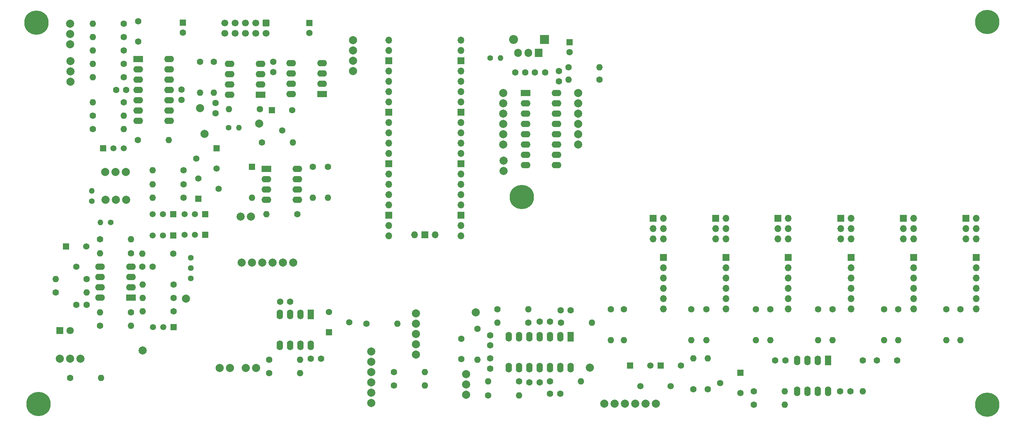
<source format=gbs>
G04 #@! TF.GenerationSoftware,KiCad,Pcbnew,7.0.2-0*
G04 #@! TF.CreationDate,2023-06-25T21:33:59+02:00*
G04 #@! TF.ProjectId,shmoergh-funk-live-control,73686d6f-6572-4676-982d-66756e6b2d6c,rev?*
G04 #@! TF.SameCoordinates,Original*
G04 #@! TF.FileFunction,Soldermask,Bot*
G04 #@! TF.FilePolarity,Negative*
%FSLAX46Y46*%
G04 Gerber Fmt 4.6, Leading zero omitted, Abs format (unit mm)*
G04 Created by KiCad (PCBNEW 7.0.2-0) date 2023-06-25 21:33:59*
%MOMM*%
%LPD*%
G01*
G04 APERTURE LIST*
G04 Aperture macros list*
%AMRoundRect*
0 Rectangle with rounded corners*
0 $1 Rounding radius*
0 $2 $3 $4 $5 $6 $7 $8 $9 X,Y pos of 4 corners*
0 Add a 4 corners polygon primitive as box body*
4,1,4,$2,$3,$4,$5,$6,$7,$8,$9,$2,$3,0*
0 Add four circle primitives for the rounded corners*
1,1,$1+$1,$2,$3*
1,1,$1+$1,$4,$5*
1,1,$1+$1,$6,$7*
1,1,$1+$1,$8,$9*
0 Add four rect primitives between the rounded corners*
20,1,$1+$1,$2,$3,$4,$5,0*
20,1,$1+$1,$4,$5,$6,$7,0*
20,1,$1+$1,$6,$7,$8,$9,0*
20,1,$1+$1,$8,$9,$2,$3,0*%
G04 Aperture macros list end*
%ADD10O,1.700000X1.700000*%
%ADD11R,1.700000X1.700000*%
%ADD12C,2.000000*%
%ADD13O,1.600000X1.600000*%
%ADD14C,1.600000*%
%ADD15R,1.600000X1.600000*%
%ADD16R,1.560000X1.560000*%
%ADD17C,1.560000*%
%ADD18R,1.500000X1.500000*%
%ADD19C,1.500000*%
%ADD20R,1.800000X1.800000*%
%ADD21C,1.800000*%
%ADD22R,2.400000X1.600000*%
%ADD23O,2.400000X1.600000*%
%ADD24C,1.400000*%
%ADD25O,1.400000X1.400000*%
%ADD26C,6.000000*%
%ADD27R,1.600000X2.400000*%
%ADD28O,1.600000X2.400000*%
%ADD29C,1.440000*%
%ADD30R,2.200000X2.200000*%
%ADD31O,2.200000X2.200000*%
%ADD32R,1.905000X2.000000*%
%ADD33O,1.905000X2.000000*%
%ADD34RoundRect,0.250000X-0.600000X0.600000X-0.600000X-0.600000X0.600000X-0.600000X0.600000X0.600000X0*%
%ADD35C,1.700000*%
G04 APERTURE END LIST*
D10*
X128397000Y-43561000D03*
X128397000Y-46101000D03*
D11*
X128397000Y-48641000D03*
D10*
X128397000Y-51181000D03*
X128397000Y-53721000D03*
X128397000Y-56261000D03*
X128397000Y-58801000D03*
D11*
X128397000Y-61341000D03*
D10*
X128397000Y-63881000D03*
X128397000Y-66421000D03*
X128397000Y-68961000D03*
X128397000Y-71501000D03*
D11*
X128397000Y-74041000D03*
D10*
X128397000Y-76581000D03*
X128397000Y-79121000D03*
X128397000Y-81661000D03*
X128397000Y-84201000D03*
D11*
X128397000Y-86741000D03*
D10*
X128397000Y-89281000D03*
X128397000Y-91821000D03*
X146177000Y-91821000D03*
X146177000Y-89281000D03*
D11*
X146177000Y-86741000D03*
D10*
X146177000Y-84201000D03*
X146177000Y-81661000D03*
X146177000Y-79121000D03*
X146177000Y-76581000D03*
D11*
X146177000Y-74041000D03*
D10*
X146177000Y-71501000D03*
X146177000Y-68961000D03*
X146177000Y-66421000D03*
X146177000Y-63881000D03*
D11*
X146177000Y-61341000D03*
D10*
X146177000Y-58801000D03*
X146177000Y-56261000D03*
X146177000Y-53721000D03*
X146177000Y-51181000D03*
D11*
X146177000Y-48641000D03*
D10*
X146177000Y-46101000D03*
X146177000Y-43561000D03*
X134747000Y-91591000D03*
D11*
X137287000Y-91591000D03*
D10*
X139827000Y-91591000D03*
D12*
X149860000Y-110744000D03*
D13*
X180340000Y-50292000D03*
D14*
X172720000Y-50292000D03*
X64897000Y-96139000D03*
D13*
X57277000Y-96139000D03*
D15*
X172974000Y-44069000D03*
D14*
X172974000Y-46569000D03*
D16*
X99648000Y-60833000D03*
D17*
X102148000Y-65833000D03*
X104648000Y-60833000D03*
D14*
X202951000Y-109982000D03*
D13*
X202951000Y-117602000D03*
D16*
X86026000Y-70271000D03*
D17*
X81026000Y-72771000D03*
X86026000Y-75271000D03*
D14*
X63172750Y-39497000D03*
D13*
X55552750Y-39497000D03*
D14*
X146304000Y-122261000D03*
X146304000Y-117261000D03*
X155194000Y-109982000D03*
D13*
X162814000Y-109982000D03*
D18*
X58092750Y-70210000D03*
D19*
X60632750Y-70210000D03*
X63172750Y-70210000D03*
D14*
X253873000Y-109982000D03*
D13*
X253873000Y-117602000D03*
D20*
X47366000Y-115189000D03*
D21*
X49906000Y-115189000D03*
D16*
X113711000Y-115657000D03*
D17*
X118711000Y-113157000D03*
X113711000Y-110657000D03*
D14*
X170815000Y-113284000D03*
D13*
X178435000Y-113284000D03*
D12*
X95758000Y-124460000D03*
X93218000Y-124460000D03*
D14*
X269207828Y-109982000D03*
D13*
X269207828Y-117602000D03*
D22*
X96789000Y-57013000D03*
D23*
X96789000Y-54473000D03*
X96789000Y-51933000D03*
X96789000Y-49393000D03*
X89169000Y-49393000D03*
X89169000Y-51933000D03*
X89169000Y-54473000D03*
X89169000Y-57013000D03*
D11*
X257683000Y-97155000D03*
D10*
X257683000Y-99695000D03*
X257683000Y-102235000D03*
X257683000Y-104775000D03*
X257683000Y-107315000D03*
X257683000Y-109855000D03*
D24*
X153416000Y-48006000D03*
D25*
X155956000Y-48006000D03*
D14*
X163068000Y-128016000D03*
X165568000Y-128016000D03*
X66601750Y-68199000D03*
D13*
X74221750Y-68199000D03*
D14*
X250444000Y-109982000D03*
D13*
X250444000Y-117602000D03*
D14*
X129667000Y-128778000D03*
D13*
X137287000Y-128778000D03*
D14*
X265778828Y-109982000D03*
D13*
X265778828Y-117602000D03*
D14*
X77851000Y-82423000D03*
D13*
X70231000Y-82423000D03*
D14*
X218353000Y-130175000D03*
D13*
X225973000Y-130175000D03*
D14*
X150241000Y-114808000D03*
D13*
X150241000Y-122428000D03*
D14*
X85725000Y-59075000D03*
X85725000Y-61575000D03*
X63172750Y-46101000D03*
D13*
X55552750Y-46101000D03*
D12*
X96520000Y-64135000D03*
X58674000Y-82931000D03*
X61214000Y-82931000D03*
X63754000Y-82931000D03*
D14*
X253619000Y-122555000D03*
X248619000Y-122555000D03*
D12*
X156651293Y-73279000D03*
X156651293Y-75819000D03*
D14*
X57277000Y-92710000D03*
D13*
X64897000Y-92710000D03*
D12*
X104902000Y-98425000D03*
X102362000Y-98425000D03*
X99822000Y-98425000D03*
X97282000Y-98425000D03*
X94742000Y-98425000D03*
X92202000Y-98425000D03*
D14*
X237744000Y-109982000D03*
D13*
X237744000Y-117602000D03*
D14*
X99949000Y-51435000D03*
X99949000Y-48935000D03*
D12*
X119634000Y-43561000D03*
X119634000Y-46101000D03*
X119634000Y-48641000D03*
X119634000Y-51181000D03*
D26*
X275844000Y-39116000D03*
D14*
X98933000Y-122428000D03*
D13*
X106553000Y-122428000D03*
D14*
X53975000Y-108839000D03*
X51475000Y-108839000D03*
D12*
X47371000Y-122174000D03*
X49911000Y-122174000D03*
X52451000Y-122174000D03*
D18*
X75311000Y-86487000D03*
D19*
X72771000Y-86487000D03*
X70231000Y-86487000D03*
D27*
X236651000Y-122540000D03*
D28*
X234111000Y-122540000D03*
X231571000Y-122540000D03*
X229031000Y-122540000D03*
X229031000Y-130160000D03*
X231571000Y-130160000D03*
X234111000Y-130160000D03*
X236651000Y-130160000D03*
D14*
X218353000Y-133477000D03*
D13*
X225973000Y-133477000D03*
D14*
X75438000Y-107188000D03*
D13*
X67818000Y-107188000D03*
D27*
X109210000Y-111237000D03*
D28*
X106670000Y-111237000D03*
X104130000Y-111237000D03*
X101590000Y-111237000D03*
X101590000Y-118857000D03*
X104130000Y-118857000D03*
X106670000Y-118857000D03*
X109210000Y-118857000D03*
D24*
X88950000Y-65151000D03*
D25*
X91490000Y-65151000D03*
D14*
X98933000Y-125730000D03*
D13*
X106553000Y-125730000D03*
D14*
X159532293Y-51562000D03*
X162032293Y-51562000D03*
D11*
X242316000Y-97155000D03*
D10*
X242316000Y-99695000D03*
X242316000Y-102235000D03*
X242316000Y-104775000D03*
X242316000Y-107315000D03*
X242316000Y-109855000D03*
D11*
X239776000Y-87503000D03*
D10*
X242316000Y-87503000D03*
X239776000Y-90043000D03*
X242316000Y-90043000D03*
X239776000Y-92583000D03*
X242316000Y-92583000D03*
D18*
X75438000Y-114321000D03*
D19*
X72898000Y-114321000D03*
X70358000Y-114321000D03*
D13*
X172720000Y-53340000D03*
D14*
X180340000Y-53340000D03*
X153416000Y-116352000D03*
X153416000Y-118852000D03*
D18*
X83185000Y-86508000D03*
D19*
X80645000Y-86508000D03*
X78105000Y-86508000D03*
D14*
X206634000Y-109982000D03*
D13*
X206634000Y-117602000D03*
D27*
X173228000Y-116713000D03*
D28*
X170688000Y-116713000D03*
X168148000Y-116713000D03*
X165608000Y-116713000D03*
X163068000Y-116713000D03*
X160528000Y-116713000D03*
X157988000Y-116713000D03*
X157988000Y-124333000D03*
X160528000Y-124333000D03*
X163068000Y-124333000D03*
X165608000Y-124333000D03*
X168148000Y-124333000D03*
X170688000Y-124333000D03*
X173228000Y-124333000D03*
D14*
X109728000Y-74803000D03*
D13*
X109728000Y-82423000D03*
D14*
X53975000Y-102489000D03*
D13*
X46355000Y-102489000D03*
D14*
X168148000Y-127762000D03*
D13*
X175768000Y-127762000D03*
D15*
X77724000Y-39243000D03*
D14*
X77724000Y-41743000D03*
D12*
X135128000Y-110998000D03*
X135128000Y-113538000D03*
X135128000Y-116078000D03*
X135128000Y-118618000D03*
X135128000Y-121158000D03*
D14*
X160528000Y-127762000D03*
D13*
X152908000Y-127762000D03*
D14*
X63172750Y-52705000D03*
D13*
X55552750Y-52705000D03*
D16*
X215005000Y-125643000D03*
D17*
X210005000Y-128143000D03*
X215005000Y-130643000D03*
D12*
X156627293Y-56604000D03*
X156627293Y-59144000D03*
X156627293Y-61684000D03*
X156627293Y-64224000D03*
X156627293Y-66764000D03*
X156627293Y-69304000D03*
D14*
X57277000Y-114046000D03*
D13*
X64897000Y-114046000D03*
D14*
X105918000Y-86487000D03*
D13*
X98298000Y-86487000D03*
D14*
X239602000Y-130175000D03*
X242102000Y-130175000D03*
D29*
X79629000Y-102362000D03*
X79629000Y-99822000D03*
X79629000Y-97282000D03*
D22*
X64912000Y-107051000D03*
D23*
X64912000Y-104511000D03*
X64912000Y-101971000D03*
X64912000Y-99431000D03*
X57292000Y-99431000D03*
X57292000Y-101971000D03*
X57292000Y-104511000D03*
X57292000Y-107051000D03*
D24*
X59944000Y-88519000D03*
D25*
X57404000Y-88519000D03*
D14*
X70211000Y-99441000D03*
X67711000Y-99441000D03*
D11*
X208915000Y-87503000D03*
D10*
X211455000Y-87503000D03*
X208915000Y-90043000D03*
X211455000Y-90043000D03*
X208915000Y-92583000D03*
X211455000Y-92583000D03*
D14*
X218821000Y-109982000D03*
D13*
X218821000Y-117602000D03*
D11*
X224282000Y-87503000D03*
D10*
X226822000Y-87503000D03*
X224282000Y-90043000D03*
X226822000Y-90043000D03*
X224282000Y-92583000D03*
X226822000Y-92583000D03*
D14*
X55552750Y-65532000D03*
D13*
X63172750Y-65532000D03*
D14*
X109220000Y-122174000D03*
X111720000Y-122174000D03*
D11*
X196024500Y-97155000D03*
D10*
X196024500Y-99695000D03*
X196024500Y-102235000D03*
X196024500Y-104775000D03*
X196024500Y-107315000D03*
X196024500Y-109855000D03*
D14*
X75311000Y-96266000D03*
D13*
X67691000Y-96266000D03*
D14*
X122936000Y-113538000D03*
D13*
X130556000Y-113538000D03*
D11*
X193484500Y-87503000D03*
D10*
X196024500Y-87503000D03*
X193484500Y-90043000D03*
X196024500Y-90043000D03*
X193484500Y-92583000D03*
X196024500Y-92583000D03*
D14*
X203454000Y-129667000D03*
D13*
X203454000Y-122047000D03*
D12*
X63680750Y-76073000D03*
X61140750Y-76073000D03*
X58600750Y-76073000D03*
D14*
X63172750Y-58928000D03*
D13*
X55552750Y-58928000D03*
D11*
X226786528Y-97155000D03*
D10*
X226786528Y-99695000D03*
X226786528Y-102235000D03*
X226786528Y-104775000D03*
X226786528Y-107315000D03*
X226786528Y-109855000D03*
D24*
X55245000Y-83262000D03*
D25*
X55245000Y-80722000D03*
D14*
X77851000Y-75692000D03*
D13*
X70231000Y-75692000D03*
D14*
X183134000Y-109982000D03*
D13*
X183134000Y-117602000D03*
D12*
X81915000Y-60325000D03*
D14*
X77851000Y-79121000D03*
D13*
X70231000Y-79121000D03*
D14*
X168148000Y-130810000D03*
X170648000Y-130810000D03*
X129667000Y-125476000D03*
D13*
X137287000Y-125476000D03*
D14*
X97155000Y-68834000D03*
D13*
X104775000Y-68834000D03*
D14*
X104120000Y-108077000D03*
X101620000Y-108077000D03*
X81915000Y-48895000D03*
D13*
X81915000Y-56515000D03*
D14*
X166898293Y-51562000D03*
X164398293Y-51562000D03*
X165608000Y-113030000D03*
X168108000Y-113030000D03*
X77396750Y-58293000D03*
X77396750Y-55793000D03*
D26*
X41656000Y-39243000D03*
D14*
X222377000Y-109982000D03*
D13*
X222377000Y-117602000D03*
D22*
X98283000Y-75321000D03*
D23*
X98283000Y-77861000D03*
X98283000Y-80401000D03*
X98283000Y-82941000D03*
X105903000Y-82941000D03*
X105903000Y-80401000D03*
X105903000Y-77861000D03*
X105903000Y-75321000D03*
D14*
X170708000Y-110236000D03*
X173208000Y-110236000D03*
D11*
X211455000Y-97155000D03*
D10*
X211455000Y-99695000D03*
X211455000Y-102235000D03*
X211455000Y-104775000D03*
X211455000Y-107315000D03*
X211455000Y-109855000D03*
D14*
X85344000Y-48895000D03*
D13*
X85344000Y-56515000D03*
D22*
X162088293Y-56604000D03*
D23*
X162088293Y-59144000D03*
X162088293Y-61684000D03*
X162088293Y-64224000D03*
X162088293Y-66764000D03*
X162088293Y-69304000D03*
X162088293Y-71844000D03*
X162088293Y-74384000D03*
X169708293Y-74384000D03*
X169708293Y-71844000D03*
X169708293Y-69304000D03*
X169708293Y-66764000D03*
X169708293Y-64224000D03*
X169708293Y-61684000D03*
X169708293Y-59144000D03*
X169708293Y-56604000D03*
D14*
X170327293Y-53701000D03*
X170327293Y-51201000D03*
X46355000Y-105791000D03*
D13*
X53975000Y-105791000D03*
D12*
X175042293Y-69304000D03*
X175042293Y-66764000D03*
X175042293Y-64224000D03*
X175042293Y-61684000D03*
X175042293Y-59144000D03*
X175042293Y-56604000D03*
D16*
X187873000Y-123871000D03*
D17*
X190373000Y-128871000D03*
X192873000Y-123871000D03*
D30*
X166751000Y-43434000D03*
D31*
X159131000Y-43434000D03*
D14*
X63172750Y-42799000D03*
D13*
X55552750Y-42799000D03*
D12*
X50038000Y-48768000D03*
X50038000Y-51308000D03*
X50038000Y-53848000D03*
D14*
X96647000Y-60579000D03*
D13*
X89027000Y-60579000D03*
D12*
X181483000Y-133223000D03*
X184023000Y-133223000D03*
X186563000Y-133223000D03*
X189103000Y-133223000D03*
X191643000Y-133223000D03*
X194183000Y-133223000D03*
D14*
X66728750Y-43902000D03*
X66728750Y-38902000D03*
X75438000Y-110490000D03*
D13*
X67818000Y-110490000D03*
D14*
X207010000Y-129667000D03*
D13*
X207010000Y-122047000D03*
D32*
X165354000Y-46736000D03*
D33*
X162814000Y-46736000D03*
X160274000Y-46736000D03*
D12*
X78486000Y-107315000D03*
D14*
X55552750Y-62230000D03*
D13*
X63172750Y-62230000D03*
D15*
X94742000Y-74803000D03*
D13*
X94742000Y-82423000D03*
D14*
X245150000Y-122555000D03*
D13*
X245150000Y-130175000D03*
D14*
X162814000Y-113284000D03*
D13*
X155194000Y-113284000D03*
D26*
X42164000Y-133350000D03*
D14*
X49911000Y-126873000D03*
D13*
X57531000Y-126873000D03*
D22*
X66675000Y-48233250D03*
D23*
X66675000Y-50773250D03*
X66675000Y-53313250D03*
X66675000Y-55853250D03*
X66675000Y-58393250D03*
X66675000Y-60933250D03*
X66675000Y-63473250D03*
X74295000Y-63473250D03*
X74295000Y-60933250D03*
X74295000Y-58393250D03*
X74295000Y-55853250D03*
X74295000Y-53313250D03*
X74295000Y-50773250D03*
X74295000Y-48233250D03*
D14*
X186309000Y-109982000D03*
D13*
X186309000Y-117602000D03*
D11*
X273144828Y-97155000D03*
D10*
X273144828Y-99695000D03*
X273144828Y-102235000D03*
X273144828Y-104775000D03*
X273144828Y-107315000D03*
X273144828Y-109855000D03*
D16*
X81534000Y-82724000D03*
D17*
X86534000Y-80224000D03*
X81534000Y-77724000D03*
D11*
X255143000Y-87503000D03*
D10*
X257683000Y-87503000D03*
X255143000Y-90043000D03*
X257683000Y-90043000D03*
X255143000Y-92583000D03*
X257683000Y-92583000D03*
D14*
X234188000Y-109982000D03*
D13*
X234188000Y-117602000D03*
D14*
X152908000Y-131191000D03*
D13*
X160528000Y-131191000D03*
D14*
X75438000Y-103886000D03*
D13*
X67818000Y-103886000D03*
D12*
X89281000Y-124460000D03*
X86741000Y-124460000D03*
X147447000Y-125984000D03*
X147447000Y-128524000D03*
X147447000Y-131064000D03*
D22*
X112014000Y-56896000D03*
D23*
X112014000Y-54356000D03*
X112014000Y-51816000D03*
X112014000Y-49276000D03*
X104394000Y-49276000D03*
X104394000Y-51816000D03*
X104394000Y-54356000D03*
X104394000Y-56896000D03*
D12*
X67818000Y-120142000D03*
D15*
X108839000Y-39330621D03*
D14*
X108839000Y-41830621D03*
D12*
X49964750Y-39497000D03*
X49964750Y-42037000D03*
X49964750Y-44577000D03*
D14*
X153416000Y-122067000D03*
X153416000Y-124567000D03*
D16*
X48935000Y-94441000D03*
D17*
X51435000Y-99441000D03*
X53935000Y-94441000D03*
D18*
X75311000Y-91715000D03*
D19*
X72771000Y-91715000D03*
X70231000Y-91715000D03*
D11*
X270604828Y-87503000D03*
D10*
X273144828Y-87503000D03*
X270604828Y-90043000D03*
X273144828Y-90043000D03*
X270604828Y-92583000D03*
X273144828Y-92583000D03*
D12*
X124079000Y-120396000D03*
X124079000Y-122936000D03*
X124079000Y-125476000D03*
X124079000Y-128016000D03*
X124079000Y-130556000D03*
X124079000Y-133096000D03*
X177927000Y-124333000D03*
D14*
X63754000Y-55833250D03*
X61254000Y-55833250D03*
X113411000Y-74803000D03*
D13*
X113411000Y-82423000D03*
D34*
X98171000Y-39370000D03*
D35*
X98171000Y-41910000D03*
X95631000Y-39370000D03*
X95631000Y-41910000D03*
X93091000Y-39370000D03*
X93091000Y-41910000D03*
X90551000Y-39370000D03*
X90551000Y-41910000D03*
X88011000Y-39370000D03*
X88011000Y-41910000D03*
D14*
X64897000Y-110744000D03*
D13*
X57277000Y-110744000D03*
D14*
X63172750Y-49403000D03*
D13*
X55552750Y-49403000D03*
D18*
X83185000Y-91588000D03*
D19*
X80645000Y-91588000D03*
X78105000Y-91588000D03*
D12*
X83058000Y-66675000D03*
D26*
X161163000Y-82296000D03*
D16*
X195366000Y-123871000D03*
D17*
X197866000Y-128871000D03*
X200366000Y-123871000D03*
D26*
X275844000Y-133477000D03*
D14*
X223600000Y-122555000D03*
X226100000Y-122555000D03*
D12*
X94488000Y-87122000D03*
X91948000Y-87122000D03*
M02*

</source>
